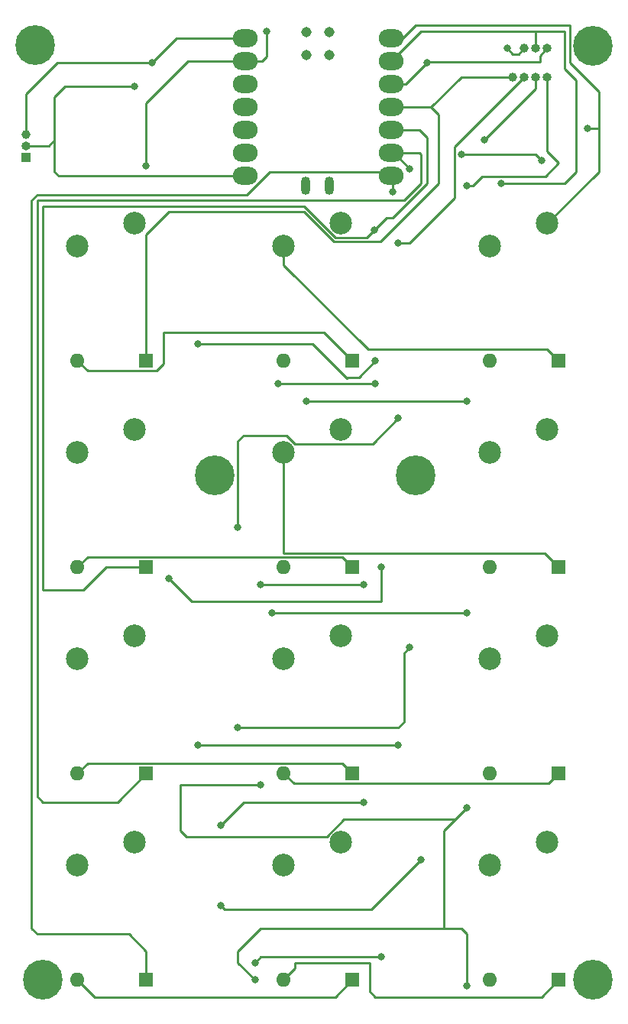
<source format=gbr>
%TF.GenerationSoftware,KiCad,Pcbnew,(6.0.4)*%
%TF.CreationDate,2022-05-16T19:34:58+01:00*%
%TF.ProjectId,Macropad v2,4d616372-6f70-4616-9420-76322e6b6963,rev?*%
%TF.SameCoordinates,Original*%
%TF.FileFunction,Copper,L2,Bot*%
%TF.FilePolarity,Positive*%
%FSLAX46Y46*%
G04 Gerber Fmt 4.6, Leading zero omitted, Abs format (unit mm)*
G04 Created by KiCad (PCBNEW (6.0.4)) date 2022-05-16 19:34:58*
%MOMM*%
%LPD*%
G01*
G04 APERTURE LIST*
%TA.AperFunction,ComponentPad*%
%ADD10R,1.600000X1.600000*%
%TD*%
%TA.AperFunction,ComponentPad*%
%ADD11O,1.600000X1.600000*%
%TD*%
%TA.AperFunction,ComponentPad*%
%ADD12C,2.500000*%
%TD*%
%TA.AperFunction,ComponentPad*%
%ADD13C,4.400000*%
%TD*%
%TA.AperFunction,ComponentPad*%
%ADD14C,0.700000*%
%TD*%
%TA.AperFunction,ComponentPad*%
%ADD15C,1.000000*%
%TD*%
%TA.AperFunction,ComponentPad*%
%ADD16O,1.000000X1.000000*%
%TD*%
%TA.AperFunction,ComponentPad*%
%ADD17R,1.000000X1.000000*%
%TD*%
%TA.AperFunction,SMDPad,CuDef*%
%ADD18O,2.748280X1.998980*%
%TD*%
%TA.AperFunction,SMDPad,CuDef*%
%ADD19O,1.016000X2.032000*%
%TD*%
%TA.AperFunction,SMDPad,CuDef*%
%ADD20C,1.143000*%
%TD*%
%TA.AperFunction,ViaPad*%
%ADD21C,0.800000*%
%TD*%
%TA.AperFunction,Conductor*%
%ADD22C,0.250000*%
%TD*%
G04 APERTURE END LIST*
D10*
%TO.P,D16,1,K*%
%TO.N,Net-(D16-Pad1)*%
X122555000Y-85407500D03*
D11*
%TO.P,D16,2,A*%
%TO.N,Net-(D16-Pad2)*%
X114935000Y-85407500D03*
%TD*%
D12*
%TO.P,SW4,1,1*%
%TO.N,Net-(D19-Pad2)*%
X114935000Y-141287500D03*
%TO.P,SW4,2,2*%
%TO.N,Net-(J2-Pad3)*%
X121285000Y-138747500D03*
%TD*%
D10*
%TO.P,D23,1,K*%
%TO.N,Net-(D19-Pad2)*%
X145415000Y-153987500D03*
D11*
%TO.P,D23,2,A*%
%TO.N,Net-(D23-Pad2)*%
X137795000Y-153987500D03*
%TD*%
D10*
%TO.P,D19,1,K*%
%TO.N,Net-(D19-Pad1)*%
X122555000Y-153987500D03*
D11*
%TO.P,D19,2,A*%
%TO.N,Net-(D19-Pad2)*%
X114935000Y-153987500D03*
%TD*%
D13*
%TO.P,H8,1*%
%TO.N,N/C*%
X172085000Y-50482500D03*
D14*
X173251726Y-51649226D03*
X172085000Y-52132500D03*
X170918274Y-51649226D03*
X173735000Y-50482500D03*
X173251726Y-49315774D03*
X170918274Y-49315774D03*
X172085000Y-48832500D03*
X170435000Y-50482500D03*
%TD*%
%TO.P,H6,1*%
%TO.N,N/C*%
X151233274Y-99274226D03*
X152400000Y-99757500D03*
X153566726Y-96940774D03*
D13*
X152400000Y-98107500D03*
D14*
X152400000Y-96457500D03*
X151233274Y-96940774D03*
X154050000Y-98107500D03*
X153566726Y-99274226D03*
X150750000Y-98107500D03*
%TD*%
D15*
%TO.P,J1,1,Pin_1*%
%TO.N,+5V*%
X109220000Y-60325000D03*
D16*
%TO.P,J1,2,Pin_2*%
%TO.N,Net-(D1-Pad4)*%
X109220000Y-61595000D03*
D17*
%TO.P,J1,3,Pin_3*%
%TO.N,GND*%
X109220000Y-62865000D03*
%TD*%
D10*
%TO.P,D21,1,K*%
%TO.N,Net-(D17-Pad2)*%
X145415000Y-108267500D03*
D11*
%TO.P,D21,2,A*%
%TO.N,Net-(D21-Pad2)*%
X137795000Y-108267500D03*
%TD*%
D12*
%TO.P,SW11,1,1*%
%TO.N,Net-(D26-Pad2)*%
X160655000Y-118427500D03*
%TO.P,SW11,2,2*%
%TO.N,Net-(J2-Pad1)*%
X167005000Y-115887500D03*
%TD*%
D14*
%TO.P,H1,1*%
%TO.N,N/C*%
X110204840Y-52084973D03*
X108554840Y-50434973D03*
X111854840Y-50434973D03*
X111371566Y-51601699D03*
X111371566Y-49268247D03*
X109038114Y-51601699D03*
X110204840Y-48784973D03*
D13*
X110204840Y-50434973D03*
D14*
X109038114Y-49268247D03*
%TD*%
D12*
%TO.P,SW8,1,1*%
%TO.N,Net-(D23-Pad2)*%
X137795000Y-141287500D03*
%TO.P,SW8,2,2*%
%TO.N,Net-(J2-Pad2)*%
X144145000Y-138747500D03*
%TD*%
D10*
%TO.P,D22,1,K*%
%TO.N,Net-(D18-Pad2)*%
X145415000Y-131127500D03*
D11*
%TO.P,D22,2,A*%
%TO.N,Net-(D22-Pad2)*%
X137795000Y-131127500D03*
%TD*%
D15*
%TO.P,J2,1,Pin_1*%
%TO.N,Net-(SW10-Pad2)*%
X164460000Y-50800000D03*
D16*
%TO.P,J2,2,Pin_2*%
%TO.N,Net-(SW5-Pad2)*%
X165730000Y-50800000D03*
%TO.P,J2,3,Pin_3*%
%TO.N,Net-(SW1-Pad2)*%
X167000000Y-50800000D03*
%TD*%
D10*
%TO.P,D24,1,K*%
%TO.N,Net-(D20-Pad2)*%
X168275000Y-85407500D03*
D11*
%TO.P,D24,2,A*%
%TO.N,Net-(D24-Pad2)*%
X160655000Y-85407500D03*
%TD*%
D10*
%TO.P,D17,1,K*%
%TO.N,Net-(D17-Pad1)*%
X122555000Y-108267500D03*
D11*
%TO.P,D17,2,A*%
%TO.N,Net-(D17-Pad2)*%
X114935000Y-108267500D03*
%TD*%
D10*
%TO.P,D27,1,K*%
%TO.N,Net-(D23-Pad2)*%
X168275000Y-153987500D03*
D11*
%TO.P,D27,2,A*%
%TO.N,Net-(D27-Pad2)*%
X160655000Y-153987500D03*
%TD*%
D12*
%TO.P,SW9,1,1*%
%TO.N,Net-(D24-Pad2)*%
X160655000Y-72707500D03*
%TO.P,SW9,2,2*%
%TO.N,Net-(J2-Pad1)*%
X167005000Y-70167500D03*
%TD*%
D14*
%TO.P,H4,1*%
%TO.N,N/C*%
X170918274Y-155154226D03*
X170435000Y-153987500D03*
X170918274Y-152820774D03*
X172085000Y-152337500D03*
X173251726Y-152820774D03*
X173735000Y-153987500D03*
D13*
X172085000Y-153987500D03*
D14*
X172085000Y-155637500D03*
X173251726Y-155154226D03*
%TD*%
D10*
%TO.P,D25,1,K*%
%TO.N,Net-(D21-Pad2)*%
X168275000Y-108267500D03*
D11*
%TO.P,D25,2,A*%
%TO.N,Net-(D25-Pad2)*%
X160655000Y-108267500D03*
%TD*%
D10*
%TO.P,D26,1,K*%
%TO.N,Net-(D22-Pad2)*%
X168275000Y-131127500D03*
D11*
%TO.P,D26,2,A*%
%TO.N,Net-(D26-Pad2)*%
X160655000Y-131127500D03*
%TD*%
D12*
%TO.P,SW7,1,1*%
%TO.N,Net-(D22-Pad2)*%
X137795000Y-118427500D03*
%TO.P,SW7,2,2*%
%TO.N,Net-(J2-Pad2)*%
X144145000Y-115887500D03*
%TD*%
%TO.P,SW2,1,1*%
%TO.N,Net-(D17-Pad2)*%
X114935000Y-95567500D03*
%TO.P,SW2,2,2*%
%TO.N,Net-(J2-Pad3)*%
X121285000Y-93027500D03*
%TD*%
%TO.P,SW12,1,1*%
%TO.N,Net-(D27-Pad2)*%
X160655000Y-141287500D03*
%TO.P,SW12,2,2*%
%TO.N,Net-(J2-Pad1)*%
X167005000Y-138747500D03*
%TD*%
D14*
%TO.P,H3,1*%
%TO.N,N/C*%
X111125000Y-155637500D03*
X111125000Y-152337500D03*
X109958274Y-155154226D03*
D13*
X111125000Y-153987500D03*
D14*
X112291726Y-152820774D03*
X112291726Y-155154226D03*
X112775000Y-153987500D03*
X109958274Y-152820774D03*
X109475000Y-153987500D03*
%TD*%
D12*
%TO.P,SW6,1,1*%
%TO.N,Net-(D21-Pad2)*%
X137795000Y-95567500D03*
%TO.P,SW6,2,2*%
%TO.N,Net-(J2-Pad2)*%
X144145000Y-93027500D03*
%TD*%
D10*
%TO.P,D20,1,K*%
%TO.N,Net-(D16-Pad2)*%
X145415000Y-85407500D03*
D11*
%TO.P,D20,2,A*%
%TO.N,Net-(D20-Pad2)*%
X137795000Y-85407500D03*
%TD*%
D12*
%TO.P,SW3,1,1*%
%TO.N,Net-(D18-Pad2)*%
X114935000Y-118427500D03*
%TO.P,SW3,2,2*%
%TO.N,Net-(J2-Pad3)*%
X121285000Y-115887500D03*
%TD*%
%TO.P,SW5,1,1*%
%TO.N,Net-(D20-Pad2)*%
X137795000Y-72707500D03*
%TO.P,SW5,2,2*%
%TO.N,Net-(J2-Pad2)*%
X144145000Y-70167500D03*
%TD*%
D14*
%TO.P,H5,1*%
%TO.N,N/C*%
X131341726Y-99274226D03*
X129008274Y-96940774D03*
X130175000Y-99757500D03*
X131341726Y-96940774D03*
D13*
X130175000Y-98107500D03*
D14*
X129008274Y-99274226D03*
X128525000Y-98107500D03*
X130175000Y-96457500D03*
X131825000Y-98107500D03*
%TD*%
D15*
%TO.P,J3,1,Pin_1*%
%TO.N,Net-(D16-Pad1)*%
X163195000Y-53975000D03*
D16*
%TO.P,J3,2,Pin_2*%
%TO.N,Net-(D17-Pad1)*%
X164465000Y-53975000D03*
%TO.P,J3,3,Pin_3*%
%TO.N,Net-(D18-Pad1)*%
X165735000Y-53975000D03*
%TO.P,J3,4,Pin_4*%
%TO.N,Net-(D19-Pad1)*%
X167005000Y-53975000D03*
%TD*%
D10*
%TO.P,D18,1,K*%
%TO.N,Net-(D18-Pad1)*%
X122555000Y-131127500D03*
D11*
%TO.P,D18,2,A*%
%TO.N,Net-(D18-Pad2)*%
X114935000Y-131127500D03*
%TD*%
D12*
%TO.P,SW10,1,1*%
%TO.N,Net-(D25-Pad2)*%
X160655000Y-95567500D03*
%TO.P,SW10,2,2*%
%TO.N,Net-(J2-Pad1)*%
X167005000Y-93027500D03*
%TD*%
%TO.P,SW1,1,1*%
%TO.N,Net-(D16-Pad2)*%
X114935000Y-72707500D03*
%TO.P,SW1,2,2*%
%TO.N,Net-(J2-Pad3)*%
X121285000Y-70167500D03*
%TD*%
D18*
%TO.P,U1,1,PA02_A0_D0*%
%TO.N,Net-(J2-Pad1)*%
X149665820Y-49682947D03*
%TO.P,U1,2,PA4_A1_D1*%
%TO.N,Net-(J2-Pad2)*%
X149665820Y-52222947D03*
%TO.P,U1,3,PA10_A2_D2*%
%TO.N,Net-(J2-Pad3)*%
X149665820Y-54762947D03*
%TO.P,U1,4,PA11_A3_D3*%
%TO.N,Net-(D16-Pad1)*%
X149665820Y-57302947D03*
%TO.P,U1,5,PA8_A4_D4_SDA*%
%TO.N,Net-(D17-Pad1)*%
X149665820Y-59842947D03*
%TO.P,U1,6,PA9_A5_D5_SCL*%
%TO.N,Net-(D18-Pad1)*%
X149665820Y-62382947D03*
%TO.P,U1,7,PB08_A6_D6_TX*%
%TO.N,Net-(D19-Pad1)*%
X149665820Y-64922947D03*
%TO.P,U1,8,PB09_A7_D7_RX*%
%TO.N,Net-(D1-Pad4)*%
X133501260Y-64922947D03*
%TO.P,U1,9,PA7_A8_D8_SCK*%
%TO.N,unconnected-(U1-Pad9)*%
X133501260Y-62382947D03*
%TO.P,U1,10,PA5_A9_D9_MISO*%
%TO.N,unconnected-(U1-Pad10)*%
X133501260Y-59842947D03*
%TO.P,U1,11,PA6_A10_D10_MOSI*%
%TO.N,unconnected-(U1-Pad11)*%
X133501260Y-57302947D03*
%TO.P,U1,12,3V3*%
%TO.N,unconnected-(U1-Pad12)*%
X133501260Y-54762947D03*
%TO.P,U1,13,GND*%
%TO.N,GND*%
X133501260Y-52222947D03*
%TO.P,U1,14,5V*%
%TO.N,+5V*%
X133501260Y-49682947D03*
D19*
%TO.P,U1,15,5V*%
%TO.N,unconnected-(U1-Pad15)*%
X142798940Y-66000767D03*
%TO.P,U1,16,GND*%
%TO.N,unconnected-(U1-Pad16)*%
X140248940Y-66000767D03*
D20*
%TO.P,U1,17,PA31_SWDIO*%
%TO.N,unconnected-(U1-Pad17)*%
X142800137Y-48996580D03*
%TO.P,U1,18,PA30_SWCLK*%
%TO.N,unconnected-(U1-Pad18)*%
X140260137Y-48996580D03*
%TO.P,U1,19,RESET*%
%TO.N,unconnected-(U1-Pad19)*%
X142800137Y-51536580D03*
%TO.P,U1,20,GND*%
%TO.N,unconnected-(U1-Pad20)*%
X140260137Y-51536580D03*
%TD*%
D21*
%TO.N,+5V*%
X148590000Y-151447500D03*
X128270000Y-127952500D03*
X150495000Y-127952500D03*
X148590000Y-108267500D03*
X134620000Y-152082500D03*
X147955000Y-85407500D03*
X125095000Y-109537500D03*
X123190000Y-52387500D03*
X128270000Y-83502500D03*
%TO.N,GND*%
X158115000Y-134937500D03*
X140335000Y-89852500D03*
X158115000Y-154622500D03*
X135255000Y-132397500D03*
X134620000Y-153987500D03*
X158115000Y-89852500D03*
X136525000Y-113347500D03*
X158115000Y-113347500D03*
X135890000Y-48895000D03*
X157480000Y-62547500D03*
X122555000Y-63817500D03*
X166370000Y-63182500D03*
%TO.N,Net-(D10-Pad2)*%
X132715000Y-126047500D03*
X151765000Y-117157500D03*
%TO.N,Net-(D11-Pad2)*%
X146685000Y-134302500D03*
X130810000Y-136842500D03*
%TO.N,Net-(D10-Pad4)*%
X135255000Y-110172500D03*
X146685000Y-110172500D03*
%TO.N,Net-(D1-Pad4)*%
X121285000Y-55017000D03*
%TO.N,Net-(D12-Pad2)*%
X153035000Y-140652500D03*
X130810000Y-145732500D03*
%TO.N,Net-(D7-Pad2)*%
X137160000Y-87947500D03*
X147955000Y-87947500D03*
%TO.N,Net-(D8-Pad2)*%
X132715000Y-103822500D03*
X150495000Y-91757500D03*
%TO.N,Net-(D17-Pad1)*%
X147796250Y-70961250D03*
X150495000Y-72390000D03*
%TO.N,Net-(D18-Pad1)*%
X151765000Y-64135000D03*
X160020000Y-60960000D03*
%TO.N,Net-(D19-Pad1)*%
X149860000Y-66675000D03*
X158115000Y-66040000D03*
%TO.N,Net-(J2-Pad1)*%
X162560000Y-50800000D03*
X171450000Y-59690000D03*
%TO.N,Net-(J2-Pad2)*%
X161925000Y-65722500D03*
%TO.N,Net-(J2-Pad3)*%
X153670000Y-52387500D03*
%TD*%
D22*
%TO.N,+5V*%
X146139511Y-87222989D02*
X147955000Y-85407500D01*
X128270000Y-83502500D02*
X140970000Y-83502500D01*
X148590000Y-112077500D02*
X148590000Y-108267500D01*
X127635000Y-112077500D02*
X148590000Y-112077500D01*
X144780000Y-87312500D02*
X144869511Y-87222989D01*
X135255000Y-151447500D02*
X148590000Y-151447500D01*
X109220000Y-60325000D02*
X109220000Y-55880000D01*
X123190000Y-52387500D02*
X125894553Y-49682947D01*
X128270000Y-127952500D02*
X150495000Y-127952500D01*
X134620000Y-152082500D02*
X135255000Y-151447500D01*
X125095000Y-109537500D02*
X127635000Y-112077500D01*
X125894553Y-49682947D02*
X133501260Y-49682947D01*
X140970000Y-83502500D02*
X144780000Y-87312500D01*
X109220000Y-55880000D02*
X112712500Y-52387500D01*
X144869511Y-87222989D02*
X146139511Y-87222989D01*
X112712500Y-52387500D02*
X123190000Y-52387500D01*
%TO.N,GND*%
X122555000Y-63817500D02*
X122555000Y-56832500D01*
X157480000Y-62547500D02*
X165735000Y-62547500D01*
X155575000Y-148272500D02*
X155575000Y-137477500D01*
X142553304Y-138112500D02*
X144458304Y-136207500D01*
X144458304Y-136207500D02*
X156845000Y-136207500D01*
X127164553Y-52222947D02*
X133501260Y-52222947D01*
X135407947Y-52222947D02*
X133501260Y-52222947D01*
X155575000Y-137477500D02*
X156845000Y-136207500D01*
X135890000Y-48895000D02*
X135890000Y-51740894D01*
X140335000Y-89852500D02*
X158115000Y-89852500D01*
X126365000Y-137477500D02*
X127000000Y-138112500D01*
X127000000Y-138112500D02*
X142553304Y-138112500D01*
X122555000Y-56832500D02*
X127164553Y-52222947D01*
X158115000Y-154622500D02*
X158115000Y-148907500D01*
X165735000Y-62547500D02*
X166370000Y-63182500D01*
X132715000Y-150812500D02*
X132715000Y-152082500D01*
X155575000Y-148272500D02*
X135255000Y-148272500D01*
X156845000Y-136207500D02*
X158115000Y-134937500D01*
X135255000Y-132397500D02*
X126365000Y-132397500D01*
X132715000Y-152082500D02*
X134620000Y-153987500D01*
X126365000Y-132397500D02*
X126365000Y-137477500D01*
X158115000Y-148907500D02*
X157480000Y-148272500D01*
X135890000Y-51740894D02*
X135407947Y-52222947D01*
X132715000Y-150812500D02*
X135255000Y-148272500D01*
X136525000Y-113347500D02*
X158115000Y-113347500D01*
X157480000Y-148272500D02*
X155575000Y-148272500D01*
%TO.N,Net-(D10-Pad2)*%
X150495000Y-126047500D02*
X132715000Y-126047500D01*
X151130000Y-125412500D02*
X150495000Y-126047500D01*
X151130000Y-117792500D02*
X151130000Y-125412500D01*
X151765000Y-117157500D02*
X151130000Y-117792500D01*
%TO.N,Net-(D11-Pad2)*%
X133350000Y-134302500D02*
X146685000Y-134302500D01*
X130810000Y-136842500D02*
X133350000Y-134302500D01*
%TO.N,Net-(D10-Pad4)*%
X135255000Y-110172500D02*
X146685000Y-110172500D01*
%TO.N,Net-(D16-Pad1)*%
X140012586Y-68897500D02*
X143306618Y-72191531D01*
X157468394Y-53975000D02*
X154140447Y-57302947D01*
X122555000Y-85407500D02*
X122555000Y-71437500D01*
X125095000Y-68897500D02*
X140012586Y-68897500D01*
X143306618Y-72191531D02*
X148470969Y-72191531D01*
X163195000Y-53975000D02*
X157468394Y-53975000D01*
X154940000Y-65722500D02*
X154940000Y-58102500D01*
X154140447Y-57302947D02*
X149665820Y-57302947D01*
X154940000Y-58102500D02*
X154140447Y-57302947D01*
X122555000Y-71437500D02*
X125095000Y-68897500D01*
X148470969Y-72191531D02*
X154940000Y-65722500D01*
%TO.N,Net-(D16-Pad2)*%
X116059511Y-86532011D02*
X114935000Y-85407500D01*
X124460000Y-82232500D02*
X124460000Y-85751522D01*
X142240000Y-82232500D02*
X124460000Y-82232500D01*
X145415000Y-85407500D02*
X142240000Y-82232500D01*
X123679511Y-86532011D02*
X116059511Y-86532011D01*
X124460000Y-85751522D02*
X123679511Y-86532011D01*
%TO.N,Net-(D17-Pad2)*%
X116059511Y-107142989D02*
X114935000Y-108267500D01*
X145415000Y-108267500D02*
X144290489Y-107142989D01*
X144290489Y-107142989D02*
X116059511Y-107142989D01*
%TO.N,Net-(D18-Pad2)*%
X145415000Y-131127500D02*
X144290489Y-130002989D01*
X116059511Y-130002989D02*
X114935000Y-131127500D01*
X144290489Y-130002989D02*
X116059511Y-130002989D01*
%TO.N,Net-(D19-Pad2)*%
X145415000Y-153987500D02*
X143510000Y-155892500D01*
X143510000Y-155892500D02*
X116840000Y-155892500D01*
X116840000Y-155892500D02*
X114935000Y-153987500D01*
%TO.N,Net-(D20-Pad2)*%
X167005000Y-84137500D02*
X147136919Y-84137500D01*
X137795000Y-74795581D02*
X137795000Y-72707500D01*
X168275000Y-85407500D02*
X167005000Y-84137500D01*
X147136919Y-84137500D02*
X137795000Y-74795581D01*
%TO.N,Net-(D21-Pad2)*%
X168275000Y-108267500D02*
X166700969Y-106693469D01*
X137795000Y-106693469D02*
X137795000Y-95567500D01*
X166700969Y-106693469D02*
X137795000Y-106693469D01*
%TO.N,Net-(D22-Pad2)*%
X167150489Y-132252011D02*
X138919511Y-132252011D01*
X138919511Y-132252011D02*
X137795000Y-131127500D01*
X168275000Y-131127500D02*
X167150489Y-132252011D01*
%TO.N,Net-(D23-Pad2)*%
X139065000Y-152082500D02*
X139065000Y-152717500D01*
X139065000Y-152717500D02*
X137795000Y-153987500D01*
X166370000Y-155892500D02*
X147955000Y-155892500D01*
X147320000Y-155257500D02*
X147320000Y-152082500D01*
X147320000Y-152082500D02*
X139065000Y-152082500D01*
X168275000Y-153987500D02*
X166370000Y-155892500D01*
X147955000Y-155892500D02*
X147320000Y-155257500D01*
%TO.N,Net-(D1-Pad4)*%
X112395000Y-56197500D02*
X112395000Y-59690000D01*
X121285000Y-55017000D02*
X113575500Y-55017000D01*
X111760000Y-61595000D02*
X112395000Y-60960000D01*
X112395000Y-59690000D02*
X112395000Y-64452500D01*
X112395000Y-64452500D02*
X112865447Y-64922947D01*
X113575500Y-55017000D02*
X112395000Y-56197500D01*
X109220000Y-61595000D02*
X111760000Y-61595000D01*
X112395000Y-60960000D02*
X112395000Y-59690000D01*
X112865447Y-64922947D02*
X133501260Y-64922947D01*
%TO.N,Net-(D12-Pad2)*%
X131279521Y-146202021D02*
X130810000Y-145732500D01*
X153035000Y-140652500D02*
X147485479Y-146202021D01*
X147485479Y-146202021D02*
X131279521Y-146202021D01*
%TO.N,Net-(D7-Pad2)*%
X137160000Y-87947500D02*
X147955000Y-87947500D01*
%TO.N,Net-(D8-Pad2)*%
X150495000Y-91757500D02*
X147650489Y-94602011D01*
X139056207Y-94602011D02*
X138116696Y-93662500D01*
X138116696Y-93662500D02*
X133350000Y-93662500D01*
X147650489Y-94602011D02*
X139056207Y-94602011D01*
X133350000Y-93662500D02*
X132715000Y-94297500D01*
X132715000Y-94297500D02*
X132715000Y-103822500D01*
%TO.N,Net-(D17-Pad1)*%
X140013304Y-68262500D02*
X143492815Y-71742011D01*
X149225000Y-69532500D02*
X149860717Y-69532500D01*
X118110000Y-108267500D02*
X115570000Y-110807500D01*
X149860717Y-69532500D02*
X153670000Y-65723217D01*
X111125000Y-110807500D02*
X111125000Y-68262500D01*
X153670000Y-60642500D02*
X152870447Y-59842947D01*
X122555000Y-108267500D02*
X118110000Y-108267500D01*
X147015489Y-71742011D02*
X147796250Y-70961250D01*
X143492815Y-71742011D02*
X147015489Y-71742011D01*
X151765000Y-72390000D02*
X150495000Y-72390000D01*
X156755489Y-67399511D02*
X151765000Y-72390000D01*
X115570000Y-110807500D02*
X111125000Y-110807500D01*
X153670000Y-65723217D02*
X153670000Y-60642500D01*
X156755489Y-61684511D02*
X156755489Y-67399511D01*
X152870447Y-59842947D02*
X149665820Y-59842947D01*
X164465000Y-53975000D02*
X156755489Y-61684511D01*
X147796250Y-70961250D02*
X149225000Y-69532500D01*
X111125000Y-68262500D02*
X140013304Y-68262500D01*
%TO.N,Net-(D18-Pad1)*%
X110490000Y-67628218D02*
X110490359Y-67627859D01*
X153035000Y-65722500D02*
X153035000Y-62547500D01*
X153035000Y-62547500D02*
X152870447Y-62382947D01*
X150012947Y-62382947D02*
X149665820Y-62382947D01*
X122555000Y-131127500D02*
X119380000Y-134302500D01*
X151129641Y-67627859D02*
X153035000Y-65722500D01*
X151765000Y-64135000D02*
X150012947Y-62382947D01*
X165735000Y-53975000D02*
X165735000Y-55245000D01*
X111125000Y-134302500D02*
X110490000Y-133667500D01*
X110490000Y-133667500D02*
X110490000Y-67628218D01*
X165735000Y-55245000D02*
X160020000Y-60960000D01*
X119380000Y-134302500D02*
X111125000Y-134302500D01*
X110490359Y-67627859D02*
X151129641Y-67627859D01*
X152870447Y-62382947D02*
X149665820Y-62382947D01*
%TO.N,Net-(D19-Pad1)*%
X109855000Y-148272500D02*
X110490000Y-148907500D01*
X149860000Y-64452500D02*
X136218789Y-64452500D01*
X167005000Y-62230000D02*
X168275000Y-63500000D01*
X110490000Y-148907500D02*
X120650000Y-148907500D01*
X167005000Y-53975000D02*
X167005000Y-62230000D01*
X166777011Y-64997989D02*
X159792011Y-64997989D01*
X168275000Y-63500000D02*
X166777011Y-64997989D01*
X136218789Y-64452500D02*
X133678789Y-66992500D01*
X133678789Y-66992500D02*
X110490000Y-66992500D01*
X149860000Y-66675000D02*
X149860000Y-65117127D01*
X159792011Y-64997989D02*
X158750000Y-66040000D01*
X109855000Y-67627500D02*
X109855000Y-148272500D01*
X110490000Y-66992500D02*
X109855000Y-67627500D01*
X149860000Y-65117127D02*
X149665820Y-64922947D01*
X158750000Y-66040000D02*
X158115000Y-66040000D01*
X122555000Y-150812500D02*
X122555000Y-153987500D01*
X120650000Y-148907500D02*
X122555000Y-150812500D01*
%TO.N,Net-(J2-Pad1)*%
X172720000Y-64452500D02*
X172720000Y-59690000D01*
X163825000Y-51435000D02*
X164460000Y-50800000D01*
X167005000Y-70167500D02*
X172720000Y-64452500D01*
X152400000Y-48260000D02*
X150977053Y-49682947D01*
X172720000Y-59690000D02*
X172720000Y-55562500D01*
X163195000Y-51435000D02*
X162560000Y-50800000D01*
X169545000Y-48260000D02*
X152400000Y-48260000D01*
X171450000Y-59690000D02*
X172720000Y-59690000D01*
X172720000Y-55562500D02*
X169545000Y-52387500D01*
X163195000Y-51435000D02*
X163825000Y-51435000D01*
X169545000Y-52387500D02*
X169545000Y-48260000D01*
X150977053Y-49682947D02*
X149665820Y-49682947D01*
%TO.N,Net-(J2-Pad2)*%
X170180000Y-54292500D02*
X168910000Y-53022500D01*
X170180000Y-64452500D02*
X170180000Y-54292500D01*
X161925000Y-65722500D02*
X168910000Y-65722500D01*
X168910000Y-53022500D02*
X168910000Y-48895000D01*
X165730000Y-48900000D02*
X165735000Y-48895000D01*
X165730000Y-50800000D02*
X165730000Y-48900000D01*
X152993767Y-48895000D02*
X149665820Y-52222947D01*
X168910000Y-65722500D02*
X170180000Y-64452500D01*
X168910000Y-48895000D02*
X165735000Y-48895000D01*
X165735000Y-48895000D02*
X152993767Y-48895000D01*
%TO.N,Net-(J2-Pad3)*%
X166175489Y-51624511D02*
X167000000Y-50800000D01*
X153670000Y-52387500D02*
X151294553Y-54762947D01*
X153797989Y-52259511D02*
X153670000Y-52387500D01*
X151294553Y-54762947D02*
X149665820Y-54762947D01*
X166175489Y-52259511D02*
X153797989Y-52259511D01*
X166175489Y-52259511D02*
X166175489Y-51624511D01*
%TD*%
M02*

</source>
